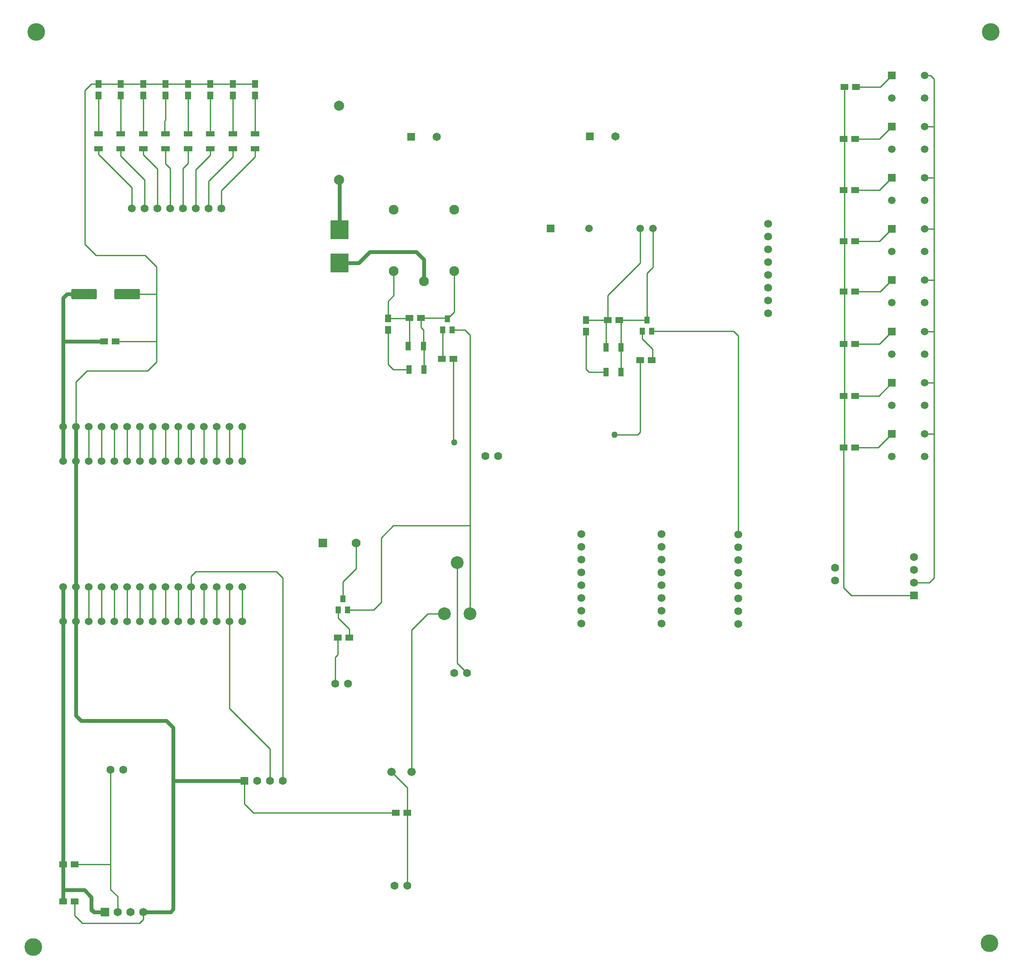
<source format=gtl>
G04*
G04 #@! TF.GenerationSoftware,Altium Limited,Altium Designer,23.1.1 (15)*
G04*
G04 Layer_Physical_Order=1*
G04 Layer_Color=255*
%FSLAX44Y44*%
%MOMM*%
G71*
G04*
G04 #@! TF.SameCoordinates,AA1C95EE-6770-4743-BBAD-D3AA2F0EE2A5*
G04*
G04*
G04 #@! TF.FilePolarity,Positive*
G04*
G01*
G75*
%ADD11C,0.2540*%
G04:AMPARAMS|DCode=17|XSize=5.06mm|YSize=2.11mm|CornerRadius=0.2637mm|HoleSize=0mm|Usage=FLASHONLY|Rotation=0.000|XOffset=0mm|YOffset=0mm|HoleType=Round|Shape=RoundedRectangle|*
%AMROUNDEDRECTD17*
21,1,5.0600,1.5825,0,0,0.0*
21,1,4.5325,2.1100,0,0,0.0*
1,1,0.5275,2.2663,-0.7913*
1,1,0.5275,-2.2663,-0.7913*
1,1,0.5275,-2.2663,0.7913*
1,1,0.5275,2.2663,0.7913*
%
%ADD17ROUNDEDRECTD17*%
%ADD18R,1.5240X1.2700*%
%ADD19R,1.2700X1.5240*%
%ADD20R,1.0000X1.4000*%
%ADD21R,1.0100X1.7300*%
%ADD22R,3.5560X3.8100*%
%ADD23R,1.7300X1.0100*%
%ADD38C,1.7780*%
%ADD53C,0.7620*%
%ADD54C,1.6500*%
%ADD55R,1.6500X1.6500*%
%ADD56C,3.5000*%
%ADD57R,1.7780X1.7780*%
%ADD58C,1.9500*%
%ADD59C,1.6050*%
%ADD60C,1.5748*%
%ADD61C,2.5400*%
%ADD62C,1.4980*%
%ADD63R,1.4980X1.4980*%
%ADD64C,1.5300*%
%ADD65R,1.5080X1.5080*%
%ADD66C,1.5080*%
%ADD67R,1.6050X1.6050*%
%ADD68C,1.6510*%
%ADD69R,1.6510X1.6510*%
%ADD70C,2.0000*%
%ADD71C,1.6764*%
%ADD72R,1.6050X1.6050*%
%ADD73C,2.5000*%
%ADD74C,1.2700*%
D11*
X1207770Y1070610D02*
X1253490D01*
X1258570Y1075690D01*
Y1218946D01*
X1452880Y872490D02*
Y1267460D01*
X1443560Y1276780D02*
X1452880Y1267460D01*
X1281380Y1276780D02*
X1443560D01*
X1663700Y1557020D02*
Y1761490D01*
Y1455420D02*
Y1557020D01*
Y1046480D02*
Y1455420D01*
X1677670Y751840D02*
X1802130D01*
X1662430Y767080D02*
X1677670Y751840D01*
X1662430Y767080D02*
Y1045210D01*
X1663700Y1046480D01*
X443230Y527050D02*
X523240Y447040D01*
Y383540D02*
Y447040D01*
X1685290Y1045210D02*
X1730780D01*
X151130Y100330D02*
X264160D01*
X135890Y115570D02*
X151130Y100330D01*
X264160D02*
X271780Y107950D01*
X156210Y1449070D02*
Y1755140D01*
X160020Y1197610D02*
X280670D01*
X138430Y1176020D02*
X160020Y1197610D01*
X138430Y1087120D02*
Y1176020D01*
X280670Y1197610D02*
X298450Y1215390D01*
X668020Y745060D02*
Y778510D01*
X694690Y805180D01*
Y855980D01*
X920750Y890270D02*
Y1268730D01*
Y715010D02*
Y890270D01*
X768350D02*
X920750D01*
X744220Y866140D02*
X768350Y890270D01*
X744220Y737870D02*
Y866140D01*
X729410Y723060D02*
X744220Y737870D01*
X677520Y723060D02*
X729410D01*
X658520Y706730D02*
Y723060D01*
Y706730D02*
X680720Y684530D01*
Y668020D02*
Y684530D01*
X652780Y576580D02*
Y628650D01*
X657860Y633730D01*
Y668020D01*
X1281430Y1218946D02*
X1282700Y1220216D01*
Y1240790D01*
X1262380Y1261110D02*
X1282700Y1240790D01*
X1262380Y1261110D02*
Y1276780D01*
X375920Y798830D02*
X535940D01*
X548640Y786130D01*
Y383540D02*
Y786130D01*
X490220Y320040D02*
X773430D01*
X472440Y337820D02*
X490220Y320040D01*
X367030Y789940D02*
X375920Y798830D01*
X367030Y768350D02*
Y789940D01*
X1283970Y1403350D02*
Y1480850D01*
X1271880Y1298780D02*
Y1391260D01*
X1283970Y1403350D01*
X1193800Y1298780D02*
Y1347470D01*
X1258570Y1412240D01*
Y1480850D01*
X1220330Y1195070D02*
X1220330Y1195070D01*
Y1244600D01*
X1156970Y1195070D02*
X1190130D01*
X1150620Y1201420D02*
X1156970Y1195070D01*
X1216660Y1298780D02*
X1220330Y1295110D01*
Y1244600D02*
Y1295110D01*
X1190130Y1295110D02*
X1193800Y1298780D01*
X1190130Y1244600D02*
Y1295110D01*
X1150620Y1201420D02*
Y1275920D01*
Y1298780D02*
X1193800D01*
X1216660D02*
X1271880D01*
X885190Y1279320D02*
X910160D01*
X920750Y1268730D01*
X889310Y1314940D02*
Y1395690D01*
X887730Y1056640D02*
X889000Y1055370D01*
X887730Y1056640D02*
Y1221740D01*
X864870D02*
X866190Y1223060D01*
Y1279320D01*
X875690Y1301320D02*
X889310Y1314940D01*
X873990Y1303020D02*
X875690Y1301320D01*
X822960Y1303020D02*
X873990D01*
X822960Y1283970D02*
Y1303020D01*
Y1283970D02*
X827900Y1279030D01*
Y1247140D02*
Y1279030D01*
Y1247140D02*
X829170Y1245870D01*
Y1200150D02*
Y1245870D01*
X797700Y1247140D02*
X800100Y1249540D01*
Y1303020D01*
X768350Y1200150D02*
X798970D01*
X758190Y1210310D02*
X768350Y1200150D01*
X758190Y1210310D02*
Y1278890D01*
X798830Y1301750D02*
X800100Y1303020D01*
X758190Y1301750D02*
X798830D01*
X758190D02*
Y1336040D01*
X769310Y1347160D01*
Y1395690D01*
X1841500Y1071880D02*
Y1173480D01*
Y786130D02*
Y1071880D01*
X1841110Y1072270D02*
X1841500Y1071880D01*
X1822840Y1072270D02*
X1841110D01*
X1841500Y1173480D02*
Y1276350D01*
X1841110Y1173870D02*
X1841500Y1173480D01*
X1822840Y1173870D02*
X1841110D01*
X1841500Y1276350D02*
Y1379220D01*
X1840620Y1275470D02*
X1841500Y1276350D01*
X1822840Y1275470D02*
X1840620D01*
X1841500Y1379220D02*
Y1479550D01*
X1840620Y1378340D02*
X1841500Y1379220D01*
X1822840Y1378340D02*
X1840620D01*
X1841500Y1479550D02*
Y1581150D01*
X1841110Y1479940D02*
X1841500Y1479550D01*
X1822840Y1479940D02*
X1841110D01*
X1841500Y1581150D02*
Y1682750D01*
X1841110Y1581540D02*
X1841500Y1581150D01*
X1822840Y1581540D02*
X1841110D01*
X1841500Y1682750D02*
Y1778000D01*
X1841110Y1683140D02*
X1841500Y1682750D01*
X1822840Y1683140D02*
X1841110D01*
X1802130Y777240D02*
X1832610D01*
X1841500Y786130D01*
X1834760Y1784740D02*
X1841500Y1778000D01*
X1822840Y1784740D02*
X1834760D01*
X443230Y527050D02*
Y699770D01*
X472440Y337820D02*
Y383540D01*
X443230Y699770D02*
Y768350D01*
X804860Y401320D02*
Y682940D01*
X836930Y715010D01*
X869950D01*
X163830Y699770D02*
Y768350D01*
X794385Y318135D02*
X796290Y316230D01*
Y320040D02*
Y369890D01*
X764860Y401320D02*
X796290Y369890D01*
Y175260D02*
Y316230D01*
X367030Y699770D02*
Y768350D01*
X135890Y115570D02*
Y143510D01*
X271780Y107950D02*
Y122530D01*
X168910Y131420D02*
X177800Y122530D01*
X135890Y217170D02*
X207010D01*
X220980Y122530D02*
Y153670D01*
X207010Y217170D02*
Y405130D01*
Y167640D02*
Y217170D01*
Y167640D02*
X220980Y153670D01*
X248920Y1520190D02*
Y1562100D01*
X182880Y1628140D02*
X248920Y1562100D01*
X182880Y1628140D02*
Y1638580D01*
X274320Y1520190D02*
Y1577340D01*
X227330Y1624330D02*
X274320Y1577340D01*
X227330Y1624330D02*
Y1638580D01*
X299720Y1520190D02*
Y1598930D01*
X271780Y1626870D02*
X299720Y1598930D01*
X271780Y1626870D02*
Y1638580D01*
X405130Y1626375D02*
Y1638580D01*
X375920Y1520190D02*
Y1597165D01*
X405130Y1626375D01*
X401320Y1520190D02*
Y1574800D01*
X449580Y1623060D01*
X494030D02*
Y1638580D01*
X426720Y1555750D02*
X494030Y1623060D01*
X426720Y1520190D02*
Y1555750D01*
X449580Y1623060D02*
Y1638580D01*
X360680Y1610360D02*
Y1638580D01*
X350520Y1600200D02*
X360680Y1610360D01*
X350520Y1520190D02*
Y1600200D01*
X316230Y1609090D02*
Y1638580D01*
Y1609090D02*
X325120Y1600200D01*
Y1520190D02*
Y1600200D01*
X239600Y1350010D02*
X298450D01*
X217170Y1256030D02*
X298450D01*
Y1350010D02*
Y1404620D01*
Y1256030D02*
Y1350010D01*
Y1215390D02*
Y1256030D01*
X275590Y1427480D02*
X298450Y1404620D01*
X177800Y1427480D02*
X275590D01*
X156210Y1449070D02*
X177800Y1427480D01*
X156210Y1755140D02*
X168910Y1767840D01*
X182880D01*
X468630Y1018540D02*
Y1087120D01*
X443230Y1018540D02*
Y1087120D01*
X417830Y1018540D02*
Y1087120D01*
X392430Y1018540D02*
Y1087120D01*
X367030Y1018540D02*
Y1087120D01*
X341630Y1018540D02*
Y1087120D01*
X316230Y1018540D02*
Y1087120D01*
X290830Y1018540D02*
Y1087120D01*
X265430Y1018540D02*
Y1087120D01*
X240030Y1018540D02*
Y1087120D01*
X214630Y1018540D02*
Y1087120D01*
X189230Y1018540D02*
Y1087120D01*
X163830Y1018540D02*
Y1087120D01*
X468630Y699770D02*
Y768350D01*
X417830Y699770D02*
Y768350D01*
X392430Y699770D02*
Y768350D01*
X341630Y699770D02*
Y768350D01*
X316230Y699770D02*
Y768350D01*
X290830Y699770D02*
Y768350D01*
X265430Y699770D02*
Y768350D01*
X240030Y699770D02*
Y768350D01*
X214630Y699770D02*
Y768350D01*
X189230Y699770D02*
Y768350D01*
X494030Y1668780D02*
Y1744980D01*
X449580Y1668780D02*
Y1744980D01*
X405130Y1668780D02*
Y1744980D01*
X360680Y1668780D02*
Y1744980D01*
X271780Y1668780D02*
Y1744980D01*
X227330Y1668780D02*
Y1744980D01*
X182880Y1668780D02*
Y1744980D01*
Y1767840D02*
X227330D01*
X271780D01*
X316230D02*
X360680D01*
X271780D02*
X316230D01*
X360680D02*
X405130D01*
X449580D01*
X494030D01*
X313922Y1668780D02*
X316230D01*
X313922Y1693881D02*
X316230Y1696189D01*
Y1744980D01*
X1734590Y1355090D02*
X1757840Y1378340D01*
X1685290Y1355090D02*
X1734590D01*
Y1761490D02*
X1757840Y1784740D01*
X1686560Y1761490D02*
X1734590D01*
X1733320Y1250950D02*
X1757840Y1275470D01*
X1685290Y1250950D02*
X1733320D01*
Y1455420D02*
X1757840Y1479940D01*
X1685290Y1455420D02*
X1733320D01*
Y1557020D02*
X1757840Y1581540D01*
X1685290Y1557020D02*
X1733320D01*
Y1658620D02*
X1757840Y1683140D01*
X1685290Y1658620D02*
X1733320D01*
X1732050Y1148080D02*
X1757840Y1173870D01*
X1685290Y1148080D02*
X1732050D01*
X1730780Y1045210D02*
X1757840Y1072270D01*
X895350Y616490D02*
X914670Y597170D01*
X895350Y616490D02*
Y816610D01*
X313922Y1668780D02*
Y1693881D01*
D17*
X239600Y1350010D02*
D03*
X154100D02*
D03*
D18*
X217170Y1256030D02*
D03*
X194310D02*
D03*
X113030Y217170D02*
D03*
X135890D02*
D03*
X680720Y668020D02*
D03*
X657860D02*
D03*
X1258570Y1218946D02*
D03*
X1281430D02*
D03*
X1216660Y1298780D02*
D03*
X1193800D02*
D03*
X822960Y1303020D02*
D03*
X800100D02*
D03*
X113030Y143510D02*
D03*
X135890D02*
D03*
X887730Y1221740D02*
D03*
X864870D02*
D03*
X1685290Y1658620D02*
D03*
X1662430D02*
D03*
X1685290Y1557020D02*
D03*
X1662430D02*
D03*
X1685290Y1455420D02*
D03*
X1662430D02*
D03*
X1685290Y1045210D02*
D03*
X1662430D02*
D03*
X1685290Y1148080D02*
D03*
X1662430D02*
D03*
X1685290Y1250950D02*
D03*
X1662430D02*
D03*
X1685290Y1355090D02*
D03*
X1662430D02*
D03*
X796290Y320040D02*
D03*
X773430D02*
D03*
X1686560Y1761490D02*
D03*
X1663700D02*
D03*
D19*
X494030Y1744980D02*
D03*
Y1767840D02*
D03*
X405130Y1744980D02*
D03*
Y1767840D02*
D03*
X449580Y1744980D02*
D03*
Y1767840D02*
D03*
X1150620Y1298780D02*
D03*
Y1275920D02*
D03*
X758190Y1301750D02*
D03*
Y1278890D02*
D03*
X271780Y1744980D02*
D03*
Y1767840D02*
D03*
X316230Y1744980D02*
D03*
Y1767840D02*
D03*
X360680Y1744980D02*
D03*
Y1767840D02*
D03*
X227330Y1744980D02*
D03*
Y1767840D02*
D03*
X182880Y1744980D02*
D03*
Y1767840D02*
D03*
D20*
X668020Y745060D02*
D03*
X677520Y723060D02*
D03*
X658520D02*
D03*
X1271880Y1298780D02*
D03*
X1281380Y1276780D02*
D03*
X1262380D02*
D03*
X875690Y1301320D02*
D03*
X885190Y1279320D02*
D03*
X866190D02*
D03*
D21*
X1190130Y1244600D02*
D03*
X1220330D02*
D03*
X1220330Y1195070D02*
D03*
X1190130D02*
D03*
X829170Y1200150D02*
D03*
X798970D02*
D03*
X797700Y1247140D02*
D03*
X827900D02*
D03*
D22*
X661670Y1412240D02*
D03*
Y1478240D02*
D03*
D23*
X449580Y1668780D02*
D03*
Y1638580D02*
D03*
X182880Y1668780D02*
D03*
Y1638580D02*
D03*
X227330Y1668780D02*
D03*
Y1638580D02*
D03*
X271780Y1668780D02*
D03*
Y1638580D02*
D03*
X316230Y1668780D02*
D03*
Y1638580D02*
D03*
X360680Y1668780D02*
D03*
Y1638580D02*
D03*
X405130Y1668780D02*
D03*
Y1638580D02*
D03*
X494030Y1668780D02*
D03*
Y1638580D02*
D03*
D38*
X694690Y855980D02*
D03*
D53*
X113030Y1256030D02*
X194310D01*
X113030D02*
Y1342390D01*
Y1087120D02*
Y1256030D01*
Y1342390D02*
X120650Y1350010D01*
X154100D01*
X173380Y122530D02*
X177800D01*
X168910Y127000D02*
Y131420D01*
X113030Y143510D02*
Y166370D01*
Y217170D01*
Y166370D02*
X154940D01*
X168910Y127000D02*
X173380Y122530D01*
X113030Y217170D02*
Y699770D01*
X661670Y1478240D02*
Y1576070D01*
X660400Y1577340D02*
X661670Y1576070D01*
X829310Y1375690D02*
Y1418590D01*
X814070Y1433830D02*
X829310Y1418590D01*
X721360Y1433830D02*
X814070D01*
X699770Y1412240D02*
X721360Y1433830D01*
X661670Y1412240D02*
X699770D01*
X331470Y383540D02*
X472440D01*
X331470D02*
Y488950D01*
Y128270D02*
Y383540D01*
X271780Y122530D02*
X325730D01*
X331470Y128270D01*
X317500Y502920D02*
X331470Y488950D01*
X148590Y502920D02*
X317500D01*
X138430Y513080D02*
X148590Y502920D01*
X138430Y513080D02*
Y699770D01*
Y1018540D02*
Y1087120D01*
Y768350D02*
Y1018540D01*
Y699770D02*
Y768350D01*
X177800Y122530D02*
X195580D01*
X168910Y131420D02*
Y152400D01*
X154940Y166370D02*
X168910Y152400D01*
X113030Y1018540D02*
Y1087120D01*
Y699770D02*
Y768350D01*
D54*
X1209040Y1663700D02*
D03*
X854710Y1662430D02*
D03*
D55*
X1158240Y1663700D02*
D03*
X803910Y1662430D02*
D03*
D56*
X53340Y53340D02*
D03*
X1951990Y60960D02*
D03*
X1954530Y1870710D02*
D03*
X59690D02*
D03*
D57*
X628650Y855980D02*
D03*
D58*
X889310Y1517690D02*
D03*
X769310D02*
D03*
Y1395690D02*
D03*
X889310D02*
D03*
X829310Y1375690D02*
D03*
D59*
X207010Y405130D02*
D03*
X232410D02*
D03*
X652780Y576580D02*
D03*
X678180D02*
D03*
X770890Y175260D02*
D03*
X796290D02*
D03*
X951230Y1028700D02*
D03*
X976630D02*
D03*
X914670Y597170D02*
D03*
X889270D02*
D03*
X1644920Y806180D02*
D03*
Y780780D02*
D03*
X1802130Y828040D02*
D03*
Y802640D02*
D03*
Y777240D02*
D03*
X548640Y383540D02*
D03*
X523240D02*
D03*
X497840D02*
D03*
D60*
X1300480Y695960D02*
D03*
Y772160D02*
D03*
Y797560D02*
D03*
Y822960D02*
D03*
Y848360D02*
D03*
Y873760D02*
D03*
Y746760D02*
D03*
Y721360D02*
D03*
X1141730Y695960D02*
D03*
Y772160D02*
D03*
Y797560D02*
D03*
Y822960D02*
D03*
Y848360D02*
D03*
Y873760D02*
D03*
Y746760D02*
D03*
Y721360D02*
D03*
X1452880Y694690D02*
D03*
Y770890D02*
D03*
Y796290D02*
D03*
Y821690D02*
D03*
Y847090D02*
D03*
Y872490D02*
D03*
Y745490D02*
D03*
Y720090D02*
D03*
X426720Y1520190D02*
D03*
X350520D02*
D03*
X325120D02*
D03*
X299720D02*
D03*
X274320D02*
D03*
X248920D02*
D03*
X375920D02*
D03*
X401320D02*
D03*
X1512570Y1311910D02*
D03*
Y1388110D02*
D03*
Y1413510D02*
D03*
Y1438910D02*
D03*
Y1464310D02*
D03*
Y1489710D02*
D03*
Y1362710D02*
D03*
Y1337310D02*
D03*
D61*
X895350Y816610D02*
D03*
X869950Y715010D02*
D03*
X920750D02*
D03*
D62*
X1822840Y1581540D02*
D03*
Y1536540D02*
D03*
X1757840D02*
D03*
X1822840Y1479940D02*
D03*
Y1434940D02*
D03*
X1757840D02*
D03*
X1822840Y1378340D02*
D03*
Y1333340D02*
D03*
X1757840D02*
D03*
X1822840Y1173870D02*
D03*
Y1128870D02*
D03*
X1757840D02*
D03*
X1822840Y1072270D02*
D03*
Y1027270D02*
D03*
X1757840D02*
D03*
X1822840Y1683140D02*
D03*
Y1638140D02*
D03*
X1757840D02*
D03*
X1822840Y1784740D02*
D03*
Y1739740D02*
D03*
X1757840D02*
D03*
X1822840Y1275470D02*
D03*
Y1230470D02*
D03*
X1757840D02*
D03*
D63*
Y1581540D02*
D03*
Y1479940D02*
D03*
Y1378340D02*
D03*
Y1173870D02*
D03*
Y1072270D02*
D03*
Y1683140D02*
D03*
Y1784740D02*
D03*
Y1275470D02*
D03*
D64*
X468630Y699770D02*
D03*
X443230D02*
D03*
X417830D02*
D03*
X392430D02*
D03*
X367030D02*
D03*
X341630D02*
D03*
X316230D02*
D03*
X290830D02*
D03*
X265430D02*
D03*
X240030D02*
D03*
X214630D02*
D03*
X189230D02*
D03*
X163830D02*
D03*
X138430D02*
D03*
X113030D02*
D03*
Y768350D02*
D03*
X138430D02*
D03*
X163830D02*
D03*
X189230D02*
D03*
X214630D02*
D03*
X240030D02*
D03*
X265430D02*
D03*
X290830D02*
D03*
X316230D02*
D03*
X341630D02*
D03*
X367030D02*
D03*
X392430D02*
D03*
X417830D02*
D03*
X443230D02*
D03*
X468630D02*
D03*
Y1018540D02*
D03*
X443230D02*
D03*
X417830D02*
D03*
X392430D02*
D03*
X367030D02*
D03*
X341630D02*
D03*
X316230D02*
D03*
X290830D02*
D03*
X265430D02*
D03*
X240030D02*
D03*
X214630D02*
D03*
X189230D02*
D03*
X163830D02*
D03*
X138430D02*
D03*
X113030D02*
D03*
Y1087120D02*
D03*
X138430D02*
D03*
X163830D02*
D03*
X189230D02*
D03*
X214630D02*
D03*
X240030D02*
D03*
X265430D02*
D03*
X290830D02*
D03*
X316230D02*
D03*
X341630D02*
D03*
X367030D02*
D03*
X392430D02*
D03*
X417830D02*
D03*
X443230D02*
D03*
X468630D02*
D03*
D65*
X1080770Y1480850D02*
D03*
D66*
X1156970D02*
D03*
X1258570D02*
D03*
X1283970D02*
D03*
D67*
X1802130Y751840D02*
D03*
D68*
X271780Y122530D02*
D03*
X246380D02*
D03*
X220980D02*
D03*
D69*
X195580D02*
D03*
D70*
X660400Y1577340D02*
D03*
Y1724660D02*
D03*
D71*
X764860Y401320D02*
D03*
X804860D02*
D03*
D72*
X472440Y383540D02*
D03*
D73*
X53340Y53340D02*
D03*
X1951990Y60960D02*
D03*
X1954530Y1870710D02*
D03*
X59690D02*
D03*
D74*
X889000Y1055370D02*
D03*
X1207770Y1070610D02*
D03*
M02*

</source>
